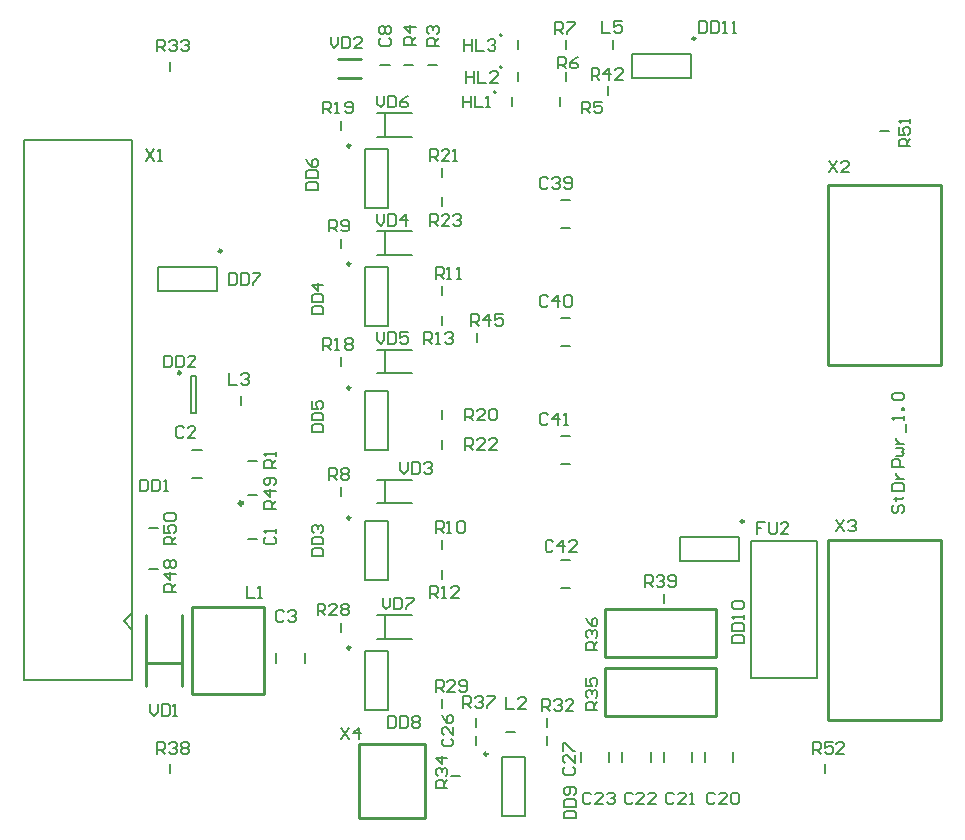
<source format=gto>
G04 Layer_Color=65535*
%FSLAX44Y44*%
%MOMM*%
G71*
G01*
G75*
%ADD27C,0.3000*%
%ADD28C,0.2000*%
%ADD51C,0.2500*%
%ADD52C,0.1500*%
%ADD53C,0.2540*%
D27*
X506500Y650000D02*
G03*
X506500Y650000I-1500J0D01*
G01*
D28*
X726000Y1046000D02*
G03*
X726000Y1046000I-1000J0D01*
G01*
Y1019000D02*
G03*
X726000Y1019000I-1000J0D01*
G01*
X721000Y998000D02*
G03*
X721000Y998000I-1000J0D01*
G01*
X836000Y1010000D02*
Y1030000D01*
X886000Y1010000D02*
Y1030000D01*
X836000Y1010000D02*
X886000D01*
X836000Y1030000D02*
X886000D01*
X726000Y385000D02*
X746000D01*
X726000Y435000D02*
X746000D01*
Y385000D02*
Y435000D01*
X726000Y385000D02*
Y435000D01*
X877000Y601000D02*
Y621000D01*
X927000Y601000D02*
Y621000D01*
X877000Y601000D02*
X927000D01*
X877000Y621000D02*
X927000D01*
X776000Y602000D02*
X784000D01*
X776000Y578000D02*
X784000D01*
X993000Y502000D02*
Y618000D01*
X937000Y502000D02*
X993000D01*
X937000D02*
Y618000D01*
X993000D01*
X776000Y907000D02*
X784000D01*
X776000Y883000D02*
X784000D01*
X776000Y807000D02*
X784000D01*
X776000Y783000D02*
X784000D01*
X776000Y707000D02*
X784000D01*
X776000Y683000D02*
X784000D01*
X535000Y515000D02*
Y523000D01*
X559000Y515000D02*
Y523000D01*
X406000Y550000D02*
X413000Y557000D01*
X406000Y550000D02*
X413000Y543000D01*
X321600Y500600D02*
X413000D01*
X321600Y957800D02*
X413000D01*
X321600Y500600D02*
Y957800D01*
X413000Y500600D02*
Y957800D01*
X435000Y850000D02*
X485000D01*
X435000Y830000D02*
X485000D01*
Y850000D01*
X435000Y830000D02*
Y850000D01*
X462500Y757500D02*
X467500D01*
X462500Y726500D02*
X467500D01*
X462500D02*
Y757500D01*
X467500Y726500D02*
Y757500D01*
X464000Y671000D02*
X472000D01*
X464000Y695000D02*
X472000D01*
X610000Y475000D02*
Y525000D01*
X630000Y475000D02*
Y525000D01*
X610000D02*
X630000D01*
X610000Y475000D02*
X630000D01*
X627500Y535000D02*
Y555000D01*
X620000D02*
X650000D01*
X620000Y535000D02*
X650000D01*
X610000Y585000D02*
Y635000D01*
X630000Y585000D02*
Y635000D01*
X610000D02*
X630000D01*
X610000Y585000D02*
X630000D01*
X627500Y650000D02*
Y670000D01*
X620000D02*
X650000D01*
X620000Y650000D02*
X650000D01*
X610000Y695000D02*
Y745000D01*
X630000Y695000D02*
Y745000D01*
X610000D02*
X630000D01*
X610000Y695000D02*
X630000D01*
X627500Y760000D02*
Y780000D01*
X620000D02*
X650000D01*
X620000Y760000D02*
X650000D01*
X610000Y800000D02*
Y850000D01*
X630000Y800000D02*
Y850000D01*
X610000D02*
X630000D01*
X610000Y800000D02*
X630000D01*
X627500Y860000D02*
Y880000D01*
X620000D02*
X650000D01*
X620000Y860000D02*
X650000D01*
X610000Y900000D02*
Y950000D01*
X630000Y900000D02*
Y950000D01*
X610000D02*
X630000D01*
X610000Y900000D02*
X630000D01*
X627500Y960000D02*
Y980000D01*
X620000D02*
X650000D01*
X620000Y960000D02*
X650000D01*
X922000Y431000D02*
Y439000D01*
X898000Y431000D02*
Y439000D01*
X887000Y431000D02*
Y439000D01*
X863000Y431000D02*
Y439000D01*
X852000Y431000D02*
Y439000D01*
X828000Y431000D02*
Y439000D01*
X817000Y431000D02*
Y439000D01*
X793000Y431000D02*
Y439000D01*
X1058003Y648664D02*
X1056337Y646998D01*
Y643666D01*
X1058003Y642000D01*
X1059669D01*
X1061336Y643666D01*
Y646998D01*
X1063002Y648664D01*
X1064668D01*
X1066334Y646998D01*
Y643666D01*
X1064668Y642000D01*
X1058003Y653663D02*
X1059669D01*
Y651997D01*
Y655329D01*
Y653663D01*
X1064668D01*
X1066334Y655329D01*
X1056337Y660327D02*
X1066334D01*
Y665326D01*
X1064668Y666992D01*
X1058003D01*
X1056337Y665326D01*
Y660327D01*
X1059669Y670324D02*
X1066334D01*
X1063002D01*
X1061336Y671990D01*
X1059669Y673656D01*
Y675323D01*
X1066334Y680321D02*
X1056337D01*
Y685319D01*
X1058003Y686985D01*
X1061336D01*
X1063002Y685319D01*
Y680321D01*
X1059669Y690318D02*
X1064668D01*
X1066334Y691984D01*
X1064668Y693650D01*
X1066334Y695316D01*
X1064668Y696982D01*
X1059669D01*
Y700315D02*
X1066334D01*
X1063002D01*
X1061336Y701981D01*
X1059669Y703647D01*
Y705313D01*
X1068000Y710311D02*
Y716976D01*
X1066334Y720308D02*
Y723640D01*
Y721974D01*
X1056337D01*
X1058003Y720308D01*
X1066334Y728639D02*
X1064668D01*
Y730305D01*
X1066334D01*
Y728639D01*
X1058003Y736969D02*
X1056337Y738635D01*
Y741968D01*
X1058003Y743634D01*
X1064668D01*
X1066334Y741968D01*
Y738635D01*
X1064668Y736969D01*
X1058003D01*
X811000Y1057997D02*
Y1048000D01*
X817664D01*
X827661Y1057997D02*
X820997D01*
Y1052998D01*
X824329Y1054665D01*
X825995D01*
X827661Y1052998D01*
Y1049666D01*
X825995Y1048000D01*
X822663D01*
X820997Y1049666D01*
X893000Y1057997D02*
Y1048000D01*
X897998D01*
X899665Y1049666D01*
Y1056331D01*
X897998Y1057997D01*
X893000D01*
X902997D02*
Y1048000D01*
X907995D01*
X909661Y1049666D01*
Y1056331D01*
X907995Y1057997D01*
X902997D01*
X912994Y1048000D02*
X916326D01*
X914660D01*
Y1057997D01*
X912994Y1056331D01*
X921324Y1048000D02*
X924657D01*
X922990D01*
Y1057997D01*
X921324Y1056331D01*
X847000Y579000D02*
Y588997D01*
X851998D01*
X853664Y587331D01*
Y583998D01*
X851998Y582332D01*
X847000D01*
X850332D02*
X853664Y579000D01*
X856997Y587331D02*
X858663Y588997D01*
X861995D01*
X863661Y587331D01*
Y585664D01*
X861995Y583998D01*
X860329D01*
X861995D01*
X863661Y582332D01*
Y580666D01*
X861995Y579000D01*
X858663D01*
X856997Y580666D01*
X866994D02*
X868660Y579000D01*
X871992D01*
X873658Y580666D01*
Y587331D01*
X871992Y588997D01*
X868660D01*
X866994Y587331D01*
Y585664D01*
X868660Y583998D01*
X873658D01*
X526669Y621665D02*
X525003Y619998D01*
Y616666D01*
X526669Y615000D01*
X533334D01*
X535000Y616666D01*
Y619998D01*
X533334Y621665D01*
X535000Y624997D02*
Y628329D01*
Y626663D01*
X525003D01*
X526669Y624997D01*
X456665Y713331D02*
X454998Y714997D01*
X451666D01*
X450000Y713331D01*
Y706666D01*
X451666Y705000D01*
X454998D01*
X456665Y706666D01*
X466661Y705000D02*
X459997D01*
X466661Y711665D01*
Y713331D01*
X464995Y714997D01*
X461663D01*
X459997Y713331D01*
X541589Y557549D02*
X539922Y559215D01*
X536590D01*
X534924Y557549D01*
Y550884D01*
X536590Y549218D01*
X539922D01*
X541589Y550884D01*
X544921Y557549D02*
X546587Y559215D01*
X549919D01*
X551585Y557549D01*
Y555882D01*
X549919Y554216D01*
X548253D01*
X549919D01*
X551585Y552550D01*
Y550884D01*
X549919Y549218D01*
X546587D01*
X544921Y550884D01*
X623669Y1043664D02*
X622003Y1041998D01*
Y1038666D01*
X623669Y1037000D01*
X630334D01*
X632000Y1038666D01*
Y1041998D01*
X630334Y1043664D01*
X623669Y1046997D02*
X622003Y1048663D01*
Y1051995D01*
X623669Y1053661D01*
X625336D01*
X627002Y1051995D01*
X628668Y1053661D01*
X630334D01*
X632000Y1051995D01*
Y1048663D01*
X630334Y1046997D01*
X628668D01*
X627002Y1048663D01*
X625336Y1046997D01*
X623669D01*
X627002Y1048663D02*
Y1051995D01*
X906665Y403331D02*
X904998Y404997D01*
X901666D01*
X900000Y403331D01*
Y396666D01*
X901666Y395000D01*
X904998D01*
X906665Y396666D01*
X916661Y395000D02*
X909997D01*
X916661Y401665D01*
Y403331D01*
X914995Y404997D01*
X911663D01*
X909997Y403331D01*
X919994D02*
X921660Y404997D01*
X924992D01*
X926658Y403331D01*
Y396666D01*
X924992Y395000D01*
X921660D01*
X919994Y396666D01*
Y403331D01*
X871665D02*
X869998Y404997D01*
X866666D01*
X865000Y403331D01*
Y396666D01*
X866666Y395000D01*
X869998D01*
X871665Y396666D01*
X881661Y395000D02*
X874997D01*
X881661Y401665D01*
Y403331D01*
X879995Y404997D01*
X876663D01*
X874997Y403331D01*
X884994Y395000D02*
X888326D01*
X886660D01*
Y404997D01*
X884994Y403331D01*
X836665D02*
X834998Y404997D01*
X831666D01*
X830000Y403331D01*
Y396666D01*
X831666Y395000D01*
X834998D01*
X836665Y396666D01*
X846661Y395000D02*
X839997D01*
X846661Y401665D01*
Y403331D01*
X844995Y404997D01*
X841663D01*
X839997Y403331D01*
X856658Y395000D02*
X849994D01*
X856658Y401665D01*
Y403331D01*
X854992Y404997D01*
X851660D01*
X849994Y403331D01*
X801665D02*
X799998Y404997D01*
X796666D01*
X795000Y403331D01*
Y396666D01*
X796666Y395000D01*
X799998D01*
X801665Y396666D01*
X811661Y395000D02*
X804997D01*
X811661Y401665D01*
Y403331D01*
X809995Y404997D01*
X806663D01*
X804997Y403331D01*
X814994D02*
X816660Y404997D01*
X819992D01*
X821658Y403331D01*
Y401665D01*
X819992Y399998D01*
X818326D01*
X819992D01*
X821658Y398332D01*
Y396666D01*
X819992Y395000D01*
X816660D01*
X814994Y396666D01*
X676669Y450664D02*
X675003Y448998D01*
Y445666D01*
X676669Y444000D01*
X683334D01*
X685000Y445666D01*
Y448998D01*
X683334Y450664D01*
X685000Y460661D02*
Y453997D01*
X678335Y460661D01*
X676669D01*
X675003Y458995D01*
Y455663D01*
X676669Y453997D01*
X675003Y470658D02*
X676669Y467326D01*
X680002Y463994D01*
X683334D01*
X685000Y465660D01*
Y468992D01*
X683334Y470658D01*
X681668D01*
X680002Y468992D01*
Y463994D01*
X779669Y426665D02*
X778003Y424998D01*
Y421666D01*
X779669Y420000D01*
X786334D01*
X788000Y421666D01*
Y424998D01*
X786334Y426665D01*
X788000Y436661D02*
Y429997D01*
X781336Y436661D01*
X779669D01*
X778003Y434995D01*
Y431663D01*
X779669Y429997D01*
X778003Y439994D02*
Y446658D01*
X779669D01*
X786334Y439994D01*
X788000D01*
X440000Y774997D02*
Y765000D01*
X444998D01*
X446665Y766666D01*
Y773331D01*
X444998Y774997D01*
X440000D01*
X449997D02*
Y765000D01*
X454995D01*
X456661Y766666D01*
Y773331D01*
X454995Y774997D01*
X449997D01*
X466658Y765000D02*
X459994D01*
X466658Y771665D01*
Y773331D01*
X464992Y774997D01*
X461660D01*
X459994Y773331D01*
X565003Y605000D02*
X575000D01*
Y609998D01*
X573334Y611665D01*
X566669D01*
X565003Y609998D01*
Y605000D01*
Y614997D02*
X575000D01*
Y619995D01*
X573334Y621661D01*
X566669D01*
X565003Y619995D01*
Y614997D01*
X566669Y624994D02*
X565003Y626660D01*
Y629992D01*
X566669Y631658D01*
X568335D01*
X570002Y629992D01*
Y628326D01*
Y629992D01*
X571668Y631658D01*
X573334D01*
X575000Y629992D01*
Y626660D01*
X573334Y624994D01*
X565003Y810000D02*
X575000D01*
Y814998D01*
X573334Y816665D01*
X566669D01*
X565003Y814998D01*
Y810000D01*
Y819997D02*
X575000D01*
Y824995D01*
X573334Y826661D01*
X566669D01*
X565003Y824995D01*
Y819997D01*
X575000Y834992D02*
X565003D01*
X570002Y829994D01*
Y836658D01*
X565003Y710000D02*
X575000D01*
Y714998D01*
X573334Y716665D01*
X566669D01*
X565003Y714998D01*
Y710000D01*
Y719997D02*
X575000D01*
Y724995D01*
X573334Y726661D01*
X566669D01*
X565003Y724995D01*
Y719997D01*
Y736658D02*
Y729994D01*
X570002D01*
X568335Y733326D01*
Y734992D01*
X570002Y736658D01*
X573334D01*
X575000Y734992D01*
Y731660D01*
X573334Y729994D01*
X560003Y915000D02*
X570000D01*
Y919998D01*
X568334Y921665D01*
X561669D01*
X560003Y919998D01*
Y915000D01*
Y924997D02*
X570000D01*
Y929995D01*
X568334Y931661D01*
X561669D01*
X560003Y929995D01*
Y924997D01*
Y941658D02*
X561669Y938326D01*
X565002Y934994D01*
X568334D01*
X570000Y936660D01*
Y939992D01*
X568334Y941658D01*
X566668D01*
X565002Y939992D01*
Y934994D01*
X495000Y844997D02*
Y835000D01*
X499998D01*
X501665Y836666D01*
Y843331D01*
X499998Y844997D01*
X495000D01*
X504997D02*
Y835000D01*
X509995D01*
X511661Y836666D01*
Y843331D01*
X509995Y844997D01*
X504997D01*
X514994D02*
X521658D01*
Y843331D01*
X514994Y836666D01*
Y835000D01*
X630000Y469997D02*
Y460000D01*
X634998D01*
X636665Y461666D01*
Y468331D01*
X634998Y469997D01*
X630000D01*
X639997D02*
Y460000D01*
X644995D01*
X646661Y461666D01*
Y468331D01*
X644995Y469997D01*
X639997D01*
X649994Y468331D02*
X651660Y469997D01*
X654992D01*
X656658Y468331D01*
Y466665D01*
X654992Y464998D01*
X656658Y463332D01*
Y461666D01*
X654992Y460000D01*
X651660D01*
X649994Y461666D01*
Y463332D01*
X651660Y464998D01*
X649994Y466665D01*
Y468331D01*
X651660Y464998D02*
X654992D01*
X779003Y383000D02*
X789000D01*
Y387998D01*
X787334Y389664D01*
X780669D01*
X779003Y387998D01*
Y383000D01*
Y392997D02*
X789000D01*
Y397995D01*
X787334Y399661D01*
X780669D01*
X779003Y397995D01*
Y392997D01*
X787334Y402994D02*
X789000Y404660D01*
Y407992D01*
X787334Y409658D01*
X780669D01*
X779003Y407992D01*
Y404660D01*
X780669Y402994D01*
X782336D01*
X784002Y404660D01*
Y409658D01*
X921003Y532000D02*
X931000D01*
Y536998D01*
X929334Y538665D01*
X922669D01*
X921003Y536998D01*
Y532000D01*
Y541997D02*
X931000D01*
Y546995D01*
X929334Y548661D01*
X922669D01*
X921003Y546995D01*
Y541997D01*
X931000Y551994D02*
Y555326D01*
Y553660D01*
X921003D01*
X922669Y551994D01*
Y560324D02*
X921003Y561990D01*
Y565323D01*
X922669Y566989D01*
X929334D01*
X931000Y565323D01*
Y561990D01*
X929334Y560324D01*
X922669D01*
X948664Y633997D02*
X942000D01*
Y628998D01*
X945332D01*
X942000D01*
Y624000D01*
X951997Y633997D02*
Y625666D01*
X953663Y624000D01*
X956995D01*
X958661Y625666D01*
Y633997D01*
X968658Y624000D02*
X961994D01*
X968658Y630664D01*
Y632331D01*
X966992Y633997D01*
X963660D01*
X961994Y632331D01*
X693000Y994997D02*
Y985000D01*
Y989998D01*
X699665D01*
Y994997D01*
Y985000D01*
X702997Y994997D02*
Y985000D01*
X709661D01*
X712994D02*
X716326D01*
X714660D01*
Y994997D01*
X712994Y993331D01*
X696000Y1015997D02*
Y1006000D01*
Y1010998D01*
X702664D01*
Y1015997D01*
Y1006000D01*
X705997Y1015997D02*
Y1006000D01*
X712661D01*
X722658D02*
X715994D01*
X722658Y1012664D01*
Y1014331D01*
X720992Y1015997D01*
X717660D01*
X715994Y1014331D01*
X694000Y1042997D02*
Y1033000D01*
Y1037998D01*
X700665D01*
Y1042997D01*
Y1033000D01*
X703997Y1042997D02*
Y1033000D01*
X710661D01*
X713994Y1041331D02*
X715660Y1042997D01*
X718992D01*
X720658Y1041331D01*
Y1039665D01*
X718992Y1037998D01*
X717326D01*
X718992D01*
X720658Y1036332D01*
Y1034666D01*
X718992Y1033000D01*
X715660D01*
X713994Y1034666D01*
X729488Y485839D02*
Y475842D01*
X736152D01*
X746149D02*
X739485D01*
X746149Y482506D01*
Y484173D01*
X744483Y485839D01*
X741151D01*
X739485Y484173D01*
X495000Y759997D02*
Y750000D01*
X501665D01*
X504997Y758331D02*
X506663Y759997D01*
X509995D01*
X511661Y758331D01*
Y756665D01*
X509995Y754998D01*
X508329D01*
X509995D01*
X511661Y753332D01*
Y751666D01*
X509995Y750000D01*
X506663D01*
X504997Y751666D01*
X535000Y680000D02*
X525003D01*
Y684998D01*
X526669Y686665D01*
X530002D01*
X531668Y684998D01*
Y680000D01*
Y683332D02*
X535000Y686665D01*
Y689997D02*
Y693329D01*
Y691663D01*
X525003D01*
X526669Y689997D01*
X673000Y1037000D02*
X663003D01*
Y1041998D01*
X664669Y1043664D01*
X668002D01*
X669668Y1041998D01*
Y1037000D01*
Y1040332D02*
X673000Y1043664D01*
X664669Y1046997D02*
X663003Y1048663D01*
Y1051995D01*
X664669Y1053661D01*
X666336D01*
X668002Y1051995D01*
Y1050329D01*
Y1051995D01*
X669668Y1053661D01*
X671334D01*
X673000Y1051995D01*
Y1048663D01*
X671334Y1046997D01*
X653000Y1038000D02*
X643003D01*
Y1042998D01*
X644669Y1044665D01*
X648002D01*
X649668Y1042998D01*
Y1038000D01*
Y1041332D02*
X653000Y1044665D01*
Y1052995D02*
X643003D01*
X648002Y1047997D01*
Y1054661D01*
X794000Y980000D02*
Y989997D01*
X798998D01*
X800665Y988331D01*
Y984998D01*
X798998Y983332D01*
X794000D01*
X797332D02*
X800665Y980000D01*
X810661Y989997D02*
X803997D01*
Y984998D01*
X807329Y986665D01*
X808995D01*
X810661Y984998D01*
Y981666D01*
X808995Y980000D01*
X805663D01*
X803997Y981666D01*
X774000Y1018000D02*
Y1027997D01*
X778998D01*
X780665Y1026331D01*
Y1022998D01*
X778998Y1021332D01*
X774000D01*
X777332D02*
X780665Y1018000D01*
X790661Y1027997D02*
X787329Y1026331D01*
X783997Y1022998D01*
Y1019666D01*
X785663Y1018000D01*
X788995D01*
X790661Y1019666D01*
Y1021332D01*
X788995Y1022998D01*
X783997D01*
X771000Y1047000D02*
Y1056997D01*
X775998D01*
X777664Y1055331D01*
Y1051998D01*
X775998Y1050332D01*
X771000D01*
X774332D02*
X777664Y1047000D01*
X780997Y1056997D02*
X787661D01*
Y1055331D01*
X780997Y1048666D01*
Y1047000D01*
X580000Y670000D02*
Y679997D01*
X584998D01*
X586665Y678331D01*
Y674998D01*
X584998Y673332D01*
X580000D01*
X583332D02*
X586665Y670000D01*
X589997Y678331D02*
X591663Y679997D01*
X594995D01*
X596661Y678331D01*
Y676665D01*
X594995Y674998D01*
X596661Y673332D01*
Y671666D01*
X594995Y670000D01*
X591663D01*
X589997Y671666D01*
Y673332D01*
X591663Y674998D01*
X589997Y676665D01*
Y678331D01*
X591663Y674998D02*
X594995D01*
X580000Y880000D02*
Y889997D01*
X584998D01*
X586665Y888331D01*
Y884998D01*
X584998Y883332D01*
X580000D01*
X583332D02*
X586665Y880000D01*
X589997Y881666D02*
X591663Y880000D01*
X594995D01*
X596661Y881666D01*
Y888331D01*
X594995Y889997D01*
X591663D01*
X589997Y888331D01*
Y886665D01*
X591663Y884998D01*
X596661D01*
X670000Y625000D02*
Y634997D01*
X674998D01*
X676665Y633331D01*
Y629998D01*
X674998Y628332D01*
X670000D01*
X673332D02*
X676665Y625000D01*
X679997D02*
X683329D01*
X681663D01*
Y634997D01*
X679997Y633331D01*
X688327D02*
X689994Y634997D01*
X693326D01*
X694992Y633331D01*
Y626666D01*
X693326Y625000D01*
X689994D01*
X688327Y626666D01*
Y633331D01*
X670000Y840000D02*
Y849997D01*
X674998D01*
X676665Y848331D01*
Y844998D01*
X674998Y843332D01*
X670000D01*
X673332D02*
X676665Y840000D01*
X679997D02*
X683329D01*
X681663D01*
Y849997D01*
X679997Y848331D01*
X688327Y840000D02*
X691660D01*
X689994D01*
Y849997D01*
X688327Y848331D01*
X665000Y570000D02*
Y579997D01*
X669998D01*
X671665Y578331D01*
Y574998D01*
X669998Y573332D01*
X665000D01*
X668332D02*
X671665Y570000D01*
X674997D02*
X678329D01*
X676663D01*
Y579997D01*
X674997Y578331D01*
X689992Y570000D02*
X683327D01*
X689992Y576665D01*
Y578331D01*
X688326Y579997D01*
X684994D01*
X683327Y578331D01*
X660000Y785000D02*
Y794997D01*
X664998D01*
X666665Y793331D01*
Y789998D01*
X664998Y788332D01*
X660000D01*
X663332D02*
X666665Y785000D01*
X669997D02*
X673329D01*
X671663D01*
Y794997D01*
X669997Y793331D01*
X678327D02*
X679994Y794997D01*
X683326D01*
X684992Y793331D01*
Y791665D01*
X683326Y789998D01*
X681660D01*
X683326D01*
X684992Y788332D01*
Y786666D01*
X683326Y785000D01*
X679994D01*
X678327Y786666D01*
X575000Y780000D02*
Y789997D01*
X579998D01*
X581665Y788331D01*
Y784998D01*
X579998Y783332D01*
X575000D01*
X578332D02*
X581665Y780000D01*
X584997D02*
X588329D01*
X586663D01*
Y789997D01*
X584997Y788331D01*
X593327D02*
X594994Y789997D01*
X598326D01*
X599992Y788331D01*
Y786665D01*
X598326Y784998D01*
X599992Y783332D01*
Y781666D01*
X598326Y780000D01*
X594994D01*
X593327Y781666D01*
Y783332D01*
X594994Y784998D01*
X593327Y786665D01*
Y788331D01*
X594994Y784998D02*
X598326D01*
X575000Y980000D02*
Y989997D01*
X579998D01*
X581665Y988331D01*
Y984998D01*
X579998Y983332D01*
X575000D01*
X578332D02*
X581665Y980000D01*
X584997D02*
X588329D01*
X586663D01*
Y989997D01*
X584997Y988331D01*
X593327Y981666D02*
X594994Y980000D01*
X598326D01*
X599992Y981666D01*
Y988331D01*
X598326Y989997D01*
X594994D01*
X593327Y988331D01*
Y986665D01*
X594994Y984998D01*
X599992D01*
X695000Y720000D02*
Y729997D01*
X699998D01*
X701665Y728331D01*
Y724998D01*
X699998Y723332D01*
X695000D01*
X698332D02*
X701665Y720000D01*
X711661D02*
X704997D01*
X711661Y726665D01*
Y728331D01*
X709995Y729997D01*
X706663D01*
X704997Y728331D01*
X714994D02*
X716660Y729997D01*
X719992D01*
X721658Y728331D01*
Y721666D01*
X719992Y720000D01*
X716660D01*
X714994Y721666D01*
Y728331D01*
X665000Y940000D02*
Y949997D01*
X669998D01*
X671665Y948331D01*
Y944998D01*
X669998Y943332D01*
X665000D01*
X668332D02*
X671665Y940000D01*
X681661D02*
X674997D01*
X681661Y946665D01*
Y948331D01*
X679995Y949997D01*
X676663D01*
X674997Y948331D01*
X684994Y940000D02*
X688326D01*
X686660D01*
Y949997D01*
X684994Y948331D01*
X695000Y695000D02*
Y704997D01*
X699998D01*
X701665Y703331D01*
Y699998D01*
X699998Y698332D01*
X695000D01*
X698332D02*
X701665Y695000D01*
X711661D02*
X704997D01*
X711661Y701665D01*
Y703331D01*
X709995Y704997D01*
X706663D01*
X704997Y703331D01*
X721658Y695000D02*
X714994D01*
X721658Y701665D01*
Y703331D01*
X719992Y704997D01*
X716660D01*
X714994Y703331D01*
X665000Y885000D02*
Y894997D01*
X669998D01*
X671665Y893331D01*
Y889998D01*
X669998Y888332D01*
X665000D01*
X668332D02*
X671665Y885000D01*
X681661D02*
X674997D01*
X681661Y891665D01*
Y893331D01*
X679995Y894997D01*
X676663D01*
X674997Y893331D01*
X684994D02*
X686660Y894997D01*
X689992D01*
X691658Y893331D01*
Y891665D01*
X689992Y889998D01*
X688326D01*
X689992D01*
X691658Y888332D01*
Y886666D01*
X689992Y885000D01*
X686660D01*
X684994Y886666D01*
X570000Y555000D02*
Y564997D01*
X574998D01*
X576665Y563331D01*
Y559998D01*
X574998Y558332D01*
X570000D01*
X573332D02*
X576665Y555000D01*
X586661D02*
X579997D01*
X586661Y561665D01*
Y563331D01*
X584995Y564997D01*
X581663D01*
X579997Y563331D01*
X589994D02*
X591660Y564997D01*
X594992D01*
X596658Y563331D01*
Y561665D01*
X594992Y559998D01*
X596658Y558332D01*
Y556666D01*
X594992Y555000D01*
X591660D01*
X589994Y556666D01*
Y558332D01*
X591660Y559998D01*
X589994Y561665D01*
Y563331D01*
X591660Y559998D02*
X594992D01*
X670000Y490000D02*
Y499997D01*
X674998D01*
X676665Y498331D01*
Y494998D01*
X674998Y493332D01*
X670000D01*
X673332D02*
X676665Y490000D01*
X686661D02*
X679997D01*
X686661Y496665D01*
Y498331D01*
X684995Y499997D01*
X681663D01*
X679997Y498331D01*
X689994Y491666D02*
X691660Y490000D01*
X694992D01*
X696658Y491666D01*
Y498331D01*
X694992Y499997D01*
X691660D01*
X689994Y498331D01*
Y496665D01*
X691660Y494998D01*
X696658D01*
X760000Y474000D02*
Y483997D01*
X764998D01*
X766665Y482331D01*
Y478998D01*
X764998Y477332D01*
X760000D01*
X763332D02*
X766665Y474000D01*
X769997Y482331D02*
X771663Y483997D01*
X774995D01*
X776661Y482331D01*
Y480664D01*
X774995Y478998D01*
X773329D01*
X774995D01*
X776661Y477332D01*
Y475666D01*
X774995Y474000D01*
X771663D01*
X769997Y475666D01*
X786658Y474000D02*
X779994D01*
X786658Y480664D01*
Y482331D01*
X784992Y483997D01*
X781660D01*
X779994Y482331D01*
X680000Y409000D02*
X670003D01*
Y413998D01*
X671669Y415664D01*
X675002D01*
X676668Y413998D01*
Y409000D01*
Y412332D02*
X680000Y415664D01*
X671669Y418997D02*
X670003Y420663D01*
Y423995D01*
X671669Y425661D01*
X673335D01*
X675002Y423995D01*
Y422329D01*
Y423995D01*
X676668Y425661D01*
X678334D01*
X680000Y423995D01*
Y420663D01*
X678334Y418997D01*
X680000Y433992D02*
X670003D01*
X675002Y428994D01*
Y435658D01*
X807000Y475000D02*
X797003D01*
Y479998D01*
X798669Y481665D01*
X802002D01*
X803668Y479998D01*
Y475000D01*
Y478332D02*
X807000Y481665D01*
X798669Y484997D02*
X797003Y486663D01*
Y489995D01*
X798669Y491661D01*
X800335D01*
X802002Y489995D01*
Y488329D01*
Y489995D01*
X803668Y491661D01*
X805334D01*
X807000Y489995D01*
Y486663D01*
X805334Y484997D01*
X797003Y501658D02*
Y494994D01*
X802002D01*
X800335Y498326D01*
Y499992D01*
X802002Y501658D01*
X805334D01*
X807000Y499992D01*
Y496660D01*
X805334Y494994D01*
X807000Y526000D02*
X797003D01*
Y530998D01*
X798669Y532664D01*
X802002D01*
X803668Y530998D01*
Y526000D01*
Y529332D02*
X807000Y532664D01*
X798669Y535997D02*
X797003Y537663D01*
Y540995D01*
X798669Y542661D01*
X800335D01*
X802002Y540995D01*
Y539329D01*
Y540995D01*
X803668Y542661D01*
X805334D01*
X807000Y540995D01*
Y537663D01*
X805334Y535997D01*
X797003Y552658D02*
X798669Y549326D01*
X802002Y545994D01*
X805334D01*
X807000Y547660D01*
Y550992D01*
X805334Y552658D01*
X803668D01*
X802002Y550992D01*
Y545994D01*
X693420Y476604D02*
Y486601D01*
X698418D01*
X700085Y484935D01*
Y481602D01*
X698418Y479936D01*
X693420D01*
X696752D02*
X700085Y476604D01*
X703417Y484935D02*
X705083Y486601D01*
X708415D01*
X710081Y484935D01*
Y483269D01*
X708415Y481602D01*
X706749D01*
X708415D01*
X710081Y479936D01*
Y478270D01*
X708415Y476604D01*
X705083D01*
X703417Y478270D01*
X713414Y486601D02*
X720078D01*
Y484935D01*
X713414Y478270D01*
Y476604D01*
X802000Y1008000D02*
Y1017997D01*
X806998D01*
X808664Y1016331D01*
Y1012998D01*
X806998Y1011332D01*
X802000D01*
X805332D02*
X808664Y1008000D01*
X816995D02*
Y1017997D01*
X811997Y1012998D01*
X818661D01*
X828658Y1008000D02*
X821994D01*
X828658Y1014665D01*
Y1016331D01*
X826992Y1017997D01*
X823660D01*
X821994Y1016331D01*
X700000Y800000D02*
Y809997D01*
X704998D01*
X706665Y808331D01*
Y804998D01*
X704998Y803332D01*
X700000D01*
X703332D02*
X706665Y800000D01*
X714995D02*
Y809997D01*
X709997Y804998D01*
X716661D01*
X726658Y809997D02*
X719994D01*
Y804998D01*
X723326Y806665D01*
X724992D01*
X726658Y804998D01*
Y801666D01*
X724992Y800000D01*
X721660D01*
X719994Y801666D01*
X450000Y575000D02*
X440003D01*
Y579998D01*
X441669Y581665D01*
X445002D01*
X446668Y579998D01*
Y575000D01*
Y578332D02*
X450000Y581665D01*
Y589995D02*
X440003D01*
X445002Y584997D01*
Y591661D01*
X441669Y594994D02*
X440003Y596660D01*
Y599992D01*
X441669Y601658D01*
X443335D01*
X445002Y599992D01*
X446668Y601658D01*
X448334D01*
X450000Y599992D01*
Y596660D01*
X448334Y594994D01*
X446668D01*
X445002Y596660D01*
X443335Y594994D01*
X441669D01*
X445002Y596660D02*
Y599992D01*
X535000Y645000D02*
X525003D01*
Y649998D01*
X526669Y651665D01*
X530002D01*
X531668Y649998D01*
Y645000D01*
Y648332D02*
X535000Y651665D01*
Y659995D02*
X525003D01*
X530002Y654997D01*
Y661661D01*
X533334Y664994D02*
X535000Y666660D01*
Y669992D01*
X533334Y671658D01*
X526669D01*
X525003Y669992D01*
Y666660D01*
X526669Y664994D01*
X528335D01*
X530002Y666660D01*
Y671658D01*
X450000Y615000D02*
X440003D01*
Y619998D01*
X441669Y621665D01*
X445002D01*
X446668Y619998D01*
Y615000D01*
Y618332D02*
X450000Y621665D01*
X440003Y631661D02*
Y624997D01*
X445002D01*
X443335Y628329D01*
Y629995D01*
X445002Y631661D01*
X448334D01*
X450000Y629995D01*
Y626663D01*
X448334Y624997D01*
X441669Y634994D02*
X440003Y636660D01*
Y639992D01*
X441669Y641658D01*
X448334D01*
X450000Y639992D01*
Y636660D01*
X448334Y634994D01*
X441669D01*
X581000Y1044997D02*
Y1038332D01*
X584332Y1035000D01*
X587664Y1038332D01*
Y1044997D01*
X590997D02*
Y1035000D01*
X595995D01*
X597661Y1036666D01*
Y1043331D01*
X595995Y1044997D01*
X590997D01*
X607658Y1035000D02*
X600993D01*
X607658Y1041665D01*
Y1043331D01*
X605992Y1044997D01*
X602660D01*
X600993Y1043331D01*
X640000Y684997D02*
Y678332D01*
X643332Y675000D01*
X646665Y678332D01*
Y684997D01*
X649997D02*
Y675000D01*
X654995D01*
X656661Y676666D01*
Y683331D01*
X654995Y684997D01*
X649997D01*
X659994Y683331D02*
X661660Y684997D01*
X664992D01*
X666658Y683331D01*
Y681665D01*
X664992Y679998D01*
X663326D01*
X664992D01*
X666658Y678332D01*
Y676666D01*
X664992Y675000D01*
X661660D01*
X659994Y676666D01*
X620000Y894997D02*
Y888332D01*
X623332Y885000D01*
X626665Y888332D01*
Y894997D01*
X629997D02*
Y885000D01*
X634995D01*
X636661Y886666D01*
Y893331D01*
X634995Y894997D01*
X629997D01*
X644992Y885000D02*
Y894997D01*
X639994Y889998D01*
X646658D01*
X620000Y794997D02*
Y788332D01*
X623332Y785000D01*
X626665Y788332D01*
Y794997D01*
X629997D02*
Y785000D01*
X634995D01*
X636661Y786666D01*
Y793331D01*
X634995Y794997D01*
X629997D01*
X646658D02*
X639994D01*
Y789998D01*
X643326Y791665D01*
X644992D01*
X646658Y789998D01*
Y786666D01*
X644992Y785000D01*
X641660D01*
X639994Y786666D01*
X620000Y994997D02*
Y988332D01*
X623332Y985000D01*
X626665Y988332D01*
Y994997D01*
X629997D02*
Y985000D01*
X634995D01*
X636661Y986666D01*
Y993331D01*
X634995Y994997D01*
X629997D01*
X646658D02*
X643326Y993331D01*
X639994Y989998D01*
Y986666D01*
X641660Y985000D01*
X644992D01*
X646658Y986666D01*
Y988332D01*
X644992Y989998D01*
X639994D01*
X625000Y569997D02*
Y563332D01*
X628332Y560000D01*
X631665Y563332D01*
Y569997D01*
X634997D02*
Y560000D01*
X639995D01*
X641661Y561666D01*
Y568331D01*
X639995Y569997D01*
X634997D01*
X644994D02*
X651658D01*
Y568331D01*
X644994Y561666D01*
Y560000D01*
X425000Y949997D02*
X431665Y940000D01*
Y949997D02*
X425000Y940000D01*
X434997D02*
X438329D01*
X436663D01*
Y949997D01*
X434997Y948331D01*
X1003046Y939961D02*
X1009710Y929964D01*
Y939961D02*
X1003046Y929964D01*
X1019707D02*
X1013043D01*
X1019707Y936628D01*
Y938295D01*
X1018041Y939961D01*
X1014709D01*
X1013043Y938295D01*
X1009000Y635997D02*
X1015665Y626000D01*
Y635997D02*
X1009000Y626000D01*
X1018997Y634331D02*
X1020663Y635997D01*
X1023995D01*
X1025661Y634331D01*
Y632664D01*
X1023995Y630998D01*
X1022329D01*
X1023995D01*
X1025661Y629332D01*
Y627666D01*
X1023995Y626000D01*
X1020663D01*
X1018997Y627666D01*
X590000Y459997D02*
X596665Y450000D01*
Y459997D02*
X590000Y450000D01*
X604995D02*
Y459997D01*
X599997Y454998D01*
X606661D01*
X420000Y669997D02*
Y660000D01*
X424998D01*
X426665Y661666D01*
Y668331D01*
X424998Y669997D01*
X420000D01*
X429997D02*
Y660000D01*
X434995D01*
X436661Y661666D01*
Y668331D01*
X434995Y669997D01*
X429997D01*
X439994Y660000D02*
X443326D01*
X441660D01*
Y669997D01*
X439994Y668331D01*
X510000Y579997D02*
Y570000D01*
X516665D01*
X519997D02*
X523329D01*
X521663D01*
Y579997D01*
X519997Y578331D01*
X428000Y479997D02*
Y473332D01*
X431332Y470000D01*
X434664Y473332D01*
Y479997D01*
X437997D02*
Y470000D01*
X442995D01*
X444661Y471666D01*
Y478331D01*
X442995Y479997D01*
X437997D01*
X447994Y470000D02*
X451326D01*
X449660D01*
Y479997D01*
X447994Y478331D01*
X765362Y924325D02*
X763696Y925991D01*
X760364D01*
X758698Y924325D01*
Y917660D01*
X760364Y915994D01*
X763696D01*
X765362Y917660D01*
X768695Y924325D02*
X770361Y925991D01*
X773693D01*
X775359Y924325D01*
Y922658D01*
X773693Y920992D01*
X772027D01*
X773693D01*
X775359Y919326D01*
Y917660D01*
X773693Y915994D01*
X770361D01*
X768695Y917660D01*
X778692D02*
X780358Y915994D01*
X783690D01*
X785356Y917660D01*
Y924325D01*
X783690Y925991D01*
X780358D01*
X778692Y924325D01*
Y922658D01*
X780358Y920992D01*
X785356D01*
X765362Y824503D02*
X763696Y826169D01*
X760364D01*
X758698Y824503D01*
Y817838D01*
X760364Y816172D01*
X763696D01*
X765362Y817838D01*
X773693Y816172D02*
Y826169D01*
X768695Y821170D01*
X775359D01*
X778692Y824503D02*
X780358Y826169D01*
X783690D01*
X785356Y824503D01*
Y817838D01*
X783690Y816172D01*
X780358D01*
X778692Y817838D01*
Y824503D01*
X765362Y724427D02*
X763696Y726093D01*
X760364D01*
X758698Y724427D01*
Y717762D01*
X760364Y716096D01*
X763696D01*
X765362Y717762D01*
X773693Y716096D02*
Y726093D01*
X768695Y721094D01*
X775359D01*
X778692Y716096D02*
X782024D01*
X780358D01*
Y726093D01*
X778692Y724427D01*
X769665Y617331D02*
X767998Y618997D01*
X764666D01*
X763000Y617331D01*
Y610666D01*
X764666Y609000D01*
X767998D01*
X769665Y610666D01*
X777995Y609000D02*
Y618997D01*
X772997Y613998D01*
X779661D01*
X789658Y609000D02*
X782994D01*
X789658Y615664D01*
Y617331D01*
X787992Y618997D01*
X784660D01*
X782994Y617331D01*
X434340Y1032482D02*
Y1042479D01*
X439338D01*
X441004Y1040813D01*
Y1037480D01*
X439338Y1035814D01*
X434340D01*
X437672D02*
X441004Y1032482D01*
X444337Y1040813D02*
X446003Y1042479D01*
X449335D01*
X451001Y1040813D01*
Y1039146D01*
X449335Y1037480D01*
X447669D01*
X449335D01*
X451001Y1035814D01*
Y1034148D01*
X449335Y1032482D01*
X446003D01*
X444337Y1034148D01*
X454334Y1040813D02*
X456000Y1042479D01*
X459332D01*
X460998Y1040813D01*
Y1039146D01*
X459332Y1037480D01*
X457666D01*
X459332D01*
X460998Y1035814D01*
Y1034148D01*
X459332Y1032482D01*
X456000D01*
X454334Y1034148D01*
X434340Y437712D02*
Y447709D01*
X439338D01*
X441004Y446043D01*
Y442710D01*
X439338Y441044D01*
X434340D01*
X437672D02*
X441004Y437712D01*
X444337Y446043D02*
X446003Y447709D01*
X449335D01*
X451001Y446043D01*
Y444376D01*
X449335Y442710D01*
X447669D01*
X449335D01*
X451001Y441044D01*
Y439378D01*
X449335Y437712D01*
X446003D01*
X444337Y439378D01*
X454334Y446043D02*
X456000Y447709D01*
X459332D01*
X460998Y446043D01*
Y444376D01*
X459332Y442710D01*
X460998Y441044D01*
Y439378D01*
X459332Y437712D01*
X456000D01*
X454334Y439378D01*
Y441044D01*
X456000Y442710D01*
X454334Y444376D01*
Y446043D01*
X456000Y442710D02*
X459332D01*
X1072000Y952000D02*
X1062003D01*
Y956998D01*
X1063669Y958664D01*
X1067002D01*
X1068668Y956998D01*
Y952000D01*
Y955332D02*
X1072000Y958664D01*
X1062003Y968661D02*
Y961997D01*
X1067002D01*
X1065335Y965329D01*
Y966995D01*
X1067002Y968661D01*
X1070334D01*
X1072000Y966995D01*
Y963663D01*
X1070334Y961997D01*
X1072000Y971994D02*
Y975326D01*
Y973660D01*
X1062003D01*
X1063669Y971994D01*
X989330Y437712D02*
Y447709D01*
X994328D01*
X995994Y446043D01*
Y442710D01*
X994328Y441044D01*
X989330D01*
X992662D02*
X995994Y437712D01*
X1005991Y447709D02*
X999327D01*
Y442710D01*
X1002659Y444376D01*
X1004325D01*
X1005991Y442710D01*
Y439378D01*
X1004325Y437712D01*
X1000993D01*
X999327Y439378D01*
X1015988Y437712D02*
X1009324D01*
X1015988Y444376D01*
Y446043D01*
X1014322Y447709D01*
X1010990D01*
X1009324Y446043D01*
D51*
X889800Y1043500D02*
G03*
X889800Y1043500I-1250J0D01*
G01*
X713750Y437550D02*
G03*
X713750Y437550I-1250J0D01*
G01*
X930800Y634500D02*
G03*
X930800Y634500I-1250J0D01*
G01*
X488800Y863500D02*
G03*
X488800Y863500I-1250J0D01*
G01*
X454250Y760250D02*
G03*
X454250Y760250I-1250J0D01*
G01*
X597750Y527550D02*
G03*
X597750Y527550I-1250J0D01*
G01*
X597750Y637550D02*
G03*
X597750Y637550I-1250J0D01*
G01*
Y747550D02*
G03*
X597750Y747550I-1250J0D01*
G01*
X597750Y852550D02*
G03*
X597750Y852550I-1250J0D01*
G01*
X597750Y952550D02*
G03*
X597750Y952550I-1250J0D01*
G01*
D52*
X820000Y1034190D02*
Y1041810D01*
X863000Y565190D02*
Y572810D01*
X1046190Y965000D02*
X1053810D01*
X663190Y1021000D02*
X670810D01*
X780000Y1034190D02*
Y1041810D01*
Y1007190D02*
Y1014810D01*
X775000Y986190D02*
Y993810D01*
X729190Y456000D02*
X736810D01*
X704000Y460190D02*
Y467810D01*
X1000000Y421190D02*
Y428810D01*
X445000Y421190D02*
Y428810D01*
Y1016190D02*
Y1023810D01*
X505000Y733190D02*
Y740810D01*
X511190Y657000D02*
X518810D01*
X511000Y620000D02*
X519000D01*
X511190Y686000D02*
X518810D01*
X427190Y629000D02*
X434810D01*
X427190Y594000D02*
X434810D01*
X675000Y476190D02*
Y483810D01*
X590000Y541190D02*
Y548810D01*
X675000Y586190D02*
Y593810D01*
Y611190D02*
Y618810D01*
X590000Y656190D02*
Y663810D01*
X675000Y696190D02*
Y703810D01*
Y721190D02*
Y728810D01*
X590000Y766190D02*
Y773810D01*
X705000Y786190D02*
Y793810D01*
X675000Y801190D02*
Y808810D01*
Y826190D02*
Y833810D01*
X590000Y866190D02*
Y873810D01*
X675000Y901190D02*
Y908810D01*
Y926190D02*
Y933810D01*
X590000Y966190D02*
Y973810D01*
X643190Y1021000D02*
X650810D01*
X623000D02*
X631000D01*
X740000Y1034190D02*
Y1041810D01*
Y1007190D02*
Y1014810D01*
X735000Y986190D02*
Y993810D01*
X816000Y995190D02*
Y1002810D01*
X764000Y445000D02*
Y453000D01*
Y460190D02*
Y467810D01*
X683190Y419000D02*
X690810D01*
X704000Y445000D02*
Y453000D01*
D53*
X813000Y560000D02*
X907000D01*
Y520000D02*
Y560000D01*
X813000Y520000D02*
X907000D01*
X813000D02*
Y560000D01*
X1002300Y619050D02*
X1097550D01*
Y466650D02*
Y619050D01*
X1002300Y466650D02*
X1097550D01*
X1002300D02*
Y619050D01*
X1002300Y919050D02*
X1097550D01*
Y766650D02*
Y919050D01*
X1002300Y766650D02*
X1097550D01*
X1002300D02*
Y919050D01*
X425000Y515000D02*
X455000D01*
Y495000D02*
Y555000D01*
X425000Y495000D02*
Y555000D01*
X464000Y562000D02*
X525000D01*
X464000Y488000D02*
Y562000D01*
Y488000D02*
X525000D01*
Y562000D01*
X605000Y383000D02*
X661000D01*
Y446000D01*
X605000D02*
X661000D01*
X605000Y383000D02*
Y446000D01*
X587000Y1010000D02*
X607000D01*
X587000Y1026000D02*
X607000D01*
X813000Y510000D02*
X907000D01*
Y470000D02*
Y510000D01*
X813000Y470000D02*
X907000D01*
X813000D02*
Y510000D01*
M02*

</source>
